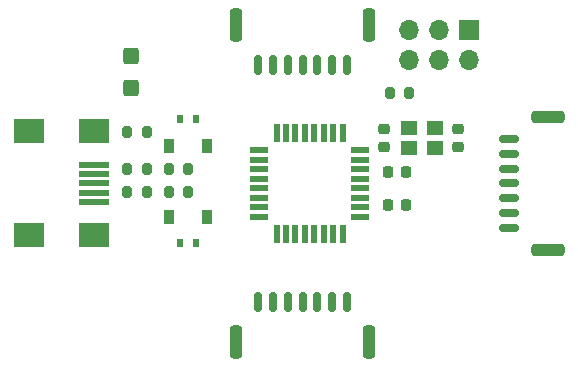
<source format=gtp>
%TF.GenerationSoftware,KiCad,Pcbnew,(6.0.1-0)*%
%TF.CreationDate,2022-04-28T20:36:40+12:00*%
%TF.ProjectId,gswitch18,67737769-7463-4683-9138-2e6b69636164,1.2*%
%TF.SameCoordinates,PX487ab00PY3072580*%
%TF.FileFunction,Paste,Top*%
%TF.FilePolarity,Positive*%
%FSLAX46Y46*%
G04 Gerber Fmt 4.6, Leading zero omitted, Abs format (unit mm)*
G04 Created by KiCad (PCBNEW (6.0.1-0)) date 2022-04-28 20:36:40*
%MOMM*%
%LPD*%
G01*
G04 APERTURE LIST*
G04 Aperture macros list*
%AMRoundRect*
0 Rectangle with rounded corners*
0 $1 Rounding radius*
0 $2 $3 $4 $5 $6 $7 $8 $9 X,Y pos of 4 corners*
0 Add a 4 corners polygon primitive as box body*
4,1,4,$2,$3,$4,$5,$6,$7,$8,$9,$2,$3,0*
0 Add four circle primitives for the rounded corners*
1,1,$1+$1,$2,$3*
1,1,$1+$1,$4,$5*
1,1,$1+$1,$6,$7*
1,1,$1+$1,$8,$9*
0 Add four rect primitives between the rounded corners*
20,1,$1+$1,$2,$3,$4,$5,0*
20,1,$1+$1,$4,$5,$6,$7,0*
20,1,$1+$1,$6,$7,$8,$9,0*
20,1,$1+$1,$8,$9,$2,$3,0*%
G04 Aperture macros list end*
%ADD10RoundRect,0.250000X0.425000X-0.450000X0.425000X0.450000X-0.425000X0.450000X-0.425000X-0.450000X0*%
%ADD11R,1.600000X0.550000*%
%ADD12R,0.550000X1.600000*%
%ADD13RoundRect,0.225000X-0.225000X-0.250000X0.225000X-0.250000X0.225000X0.250000X-0.225000X0.250000X0*%
%ADD14RoundRect,0.225000X0.250000X-0.225000X0.250000X0.225000X-0.250000X0.225000X-0.250000X-0.225000X0*%
%ADD15RoundRect,0.225000X-0.250000X0.225000X-0.250000X-0.225000X0.250000X-0.225000X0.250000X0.225000X0*%
%ADD16R,0.600000X0.700000*%
%ADD17RoundRect,0.200000X0.200000X0.275000X-0.200000X0.275000X-0.200000X-0.275000X0.200000X-0.275000X0*%
%ADD18RoundRect,0.200000X-0.200000X-0.275000X0.200000X-0.275000X0.200000X0.275000X-0.200000X0.275000X0*%
%ADD19R,1.700000X1.700000*%
%ADD20O,1.700000X1.700000*%
%ADD21R,1.400000X1.200000*%
%ADD22R,0.900000X1.200000*%
%ADD23RoundRect,0.150000X0.150000X0.700000X-0.150000X0.700000X-0.150000X-0.700000X0.150000X-0.700000X0*%
%ADD24RoundRect,0.250000X0.250000X1.150000X-0.250000X1.150000X-0.250000X-1.150000X0.250000X-1.150000X0*%
%ADD25RoundRect,0.150000X-0.150000X-0.700000X0.150000X-0.700000X0.150000X0.700000X-0.150000X0.700000X0*%
%ADD26RoundRect,0.250000X-0.250000X-1.150000X0.250000X-1.150000X0.250000X1.150000X-0.250000X1.150000X0*%
%ADD27R,2.500000X0.500000*%
%ADD28R,2.500000X2.000000*%
%ADD29RoundRect,0.150000X-0.700000X0.150000X-0.700000X-0.150000X0.700000X-0.150000X0.700000X0.150000X0*%
%ADD30RoundRect,0.250000X-1.150000X0.250000X-1.150000X-0.250000X1.150000X-0.250000X1.150000X0.250000X0*%
G04 APERTURE END LIST*
D10*
%TO.C,C5*%
X10500000Y-7950000D03*
X10500000Y-5250000D03*
%TD*%
D11*
%TO.C,U1*%
X29850000Y-18800000D03*
X29850000Y-18000000D03*
X29850000Y-17200000D03*
X29850000Y-16400000D03*
X29850000Y-15600000D03*
X29850000Y-14800000D03*
X29850000Y-14000000D03*
X29850000Y-13200000D03*
D12*
X28400000Y-11750000D03*
X27600000Y-11750000D03*
X26800000Y-11750000D03*
X26000000Y-11750000D03*
X25200000Y-11750000D03*
X24400000Y-11750000D03*
X23600000Y-11750000D03*
X22800000Y-11750000D03*
D11*
X21350000Y-13200000D03*
X21350000Y-14000000D03*
X21350000Y-14800000D03*
X21350000Y-15600000D03*
X21350000Y-16400000D03*
X21350000Y-17200000D03*
X21350000Y-18000000D03*
X21350000Y-18800000D03*
D12*
X22800000Y-20250000D03*
X23600000Y-20250000D03*
X24400000Y-20250000D03*
X25200000Y-20250000D03*
X26000000Y-20250000D03*
X26800000Y-20250000D03*
X27600000Y-20250000D03*
X28400000Y-20250000D03*
%TD*%
D13*
%TO.C,C2*%
X32225000Y-17800000D03*
X33775000Y-17800000D03*
%TD*%
D14*
%TO.C,C4*%
X31900000Y-12900000D03*
X31900000Y-11350000D03*
%TD*%
D15*
%TO.C,C3*%
X38200000Y-11350000D03*
X38200000Y-12900000D03*
%TD*%
D16*
%TO.C,D2*%
X14600000Y-21025000D03*
X16000000Y-21025000D03*
%TD*%
%TO.C,D1*%
X14600000Y-10525000D03*
X16000000Y-10525000D03*
%TD*%
D17*
%TO.C,R7*%
X34025000Y-8300000D03*
X32375000Y-8300000D03*
%TD*%
%TO.C,R5*%
X15325000Y-14800000D03*
X13675000Y-14800000D03*
%TD*%
%TO.C,R6*%
X15325000Y-16700000D03*
X13675000Y-16700000D03*
%TD*%
D18*
%TO.C,R3*%
X10175000Y-11625000D03*
X11825000Y-11625000D03*
%TD*%
D17*
%TO.C,R1*%
X11825000Y-16700000D03*
X10175000Y-16700000D03*
%TD*%
%TO.C,R2*%
X11825000Y-14800000D03*
X10175000Y-14800000D03*
%TD*%
D19*
%TO.C,P5*%
X39125000Y-3025000D03*
D20*
X39125000Y-5565000D03*
X36585000Y-3025000D03*
X36585000Y-5565000D03*
X34045000Y-3025000D03*
X34045000Y-5565000D03*
%TD*%
D21*
%TO.C,X1*%
X33975000Y-12975000D03*
X36175000Y-12975000D03*
X36175000Y-11275000D03*
X33975000Y-11275000D03*
%TD*%
D22*
%TO.C,D4*%
X13650000Y-12825000D03*
X16950000Y-12825000D03*
%TD*%
%TO.C,D3*%
X13650000Y-18825000D03*
X16950000Y-18825000D03*
%TD*%
D23*
%TO.C,P3*%
X28750000Y-26050000D03*
X27500000Y-26050000D03*
X26250000Y-26050000D03*
X25000000Y-26050000D03*
X23750000Y-26050000D03*
X22500000Y-26050000D03*
X21250000Y-26050000D03*
D24*
X30600000Y-29400000D03*
X19400000Y-29400000D03*
%TD*%
D25*
%TO.C,P1*%
X21250000Y-5950000D03*
X22500000Y-5950000D03*
X23750000Y-5950000D03*
X25000000Y-5950000D03*
X26250000Y-5950000D03*
X27500000Y-5950000D03*
X28750000Y-5950000D03*
D26*
X19400000Y-2600000D03*
X30600000Y-2600000D03*
%TD*%
D27*
%TO.C,P4*%
X7300000Y-14400000D03*
X7300000Y-15200000D03*
X7300000Y-16000000D03*
X7300000Y-16800000D03*
X7300000Y-17600000D03*
D28*
X7300000Y-20400000D03*
X1800000Y-20400000D03*
X1800000Y-11600000D03*
X7300000Y-11600000D03*
%TD*%
D29*
%TO.C,P2*%
X42450000Y-12250000D03*
X42450000Y-13500000D03*
X42450000Y-14750000D03*
X42450000Y-16000000D03*
X42450000Y-17250000D03*
X42450000Y-18500000D03*
X42450000Y-19750000D03*
D30*
X45800000Y-10400000D03*
X45800000Y-21600000D03*
%TD*%
D13*
%TO.C,C1*%
X32225000Y-15000000D03*
X33775000Y-15000000D03*
%TD*%
M02*

</source>
